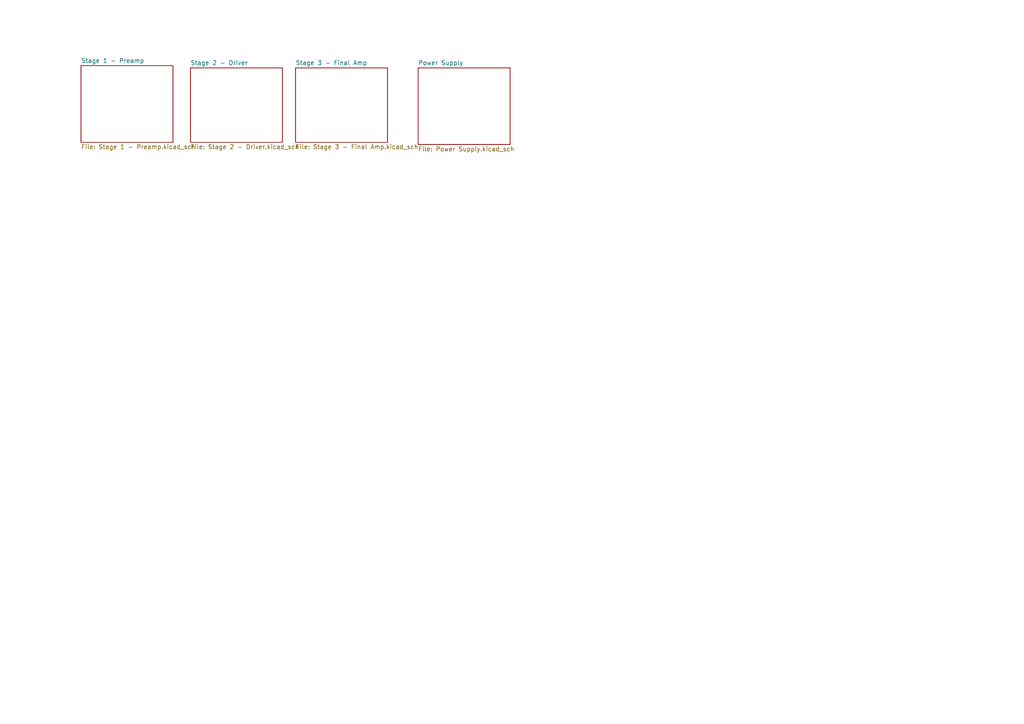
<source format=kicad_sch>
(kicad_sch (version 20211123) (generator eeschema)
  (paper "A4")
  (lib_symbols)
  (sheet (at 23.495 19.05) (size 26.67 22.225) (stroke (width 0.1524))
    (property "Sheet name" "Stage 1 - Preamp" (at 23.495 18.3384 0) (effects (justify left bottom)))
    (property "Sheet file" "Stage 1 - Preamp.kicad_sch" (at 23.495 41.8596 0) (effects (justify left top)))
  )
  (sheet (at 121.285 19.685) (size 26.67 22.225) (stroke (width 0.1524))
    (property "Sheet name" "Power Supply" (at 121.285 18.9734 0) (effects (justify left bottom)))
    (property "Sheet file" "Power Supply.kicad_sch" (at 121.285 42.4946 0) (effects (justify left top)))
  )
  (sheet (at 55.245 19.685) (size 26.67 21.59) (stroke (width 0.1524))
    (property "Sheet name" "Stage 2 - Driver" (at 55.245 18.9734 0) (effects (justify left bottom)))
    (property "Sheet file" "Stage 2 - Driver.kicad_sch" (at 55.245 41.8596 0) (effects (justify left top)))
  )
  (sheet (at 85.725 19.685) (size 26.67 21.59) (stroke (width 0.1524))
    (property "Sheet name" "Stage 3 - Final Amp" (at 85.725 18.9734 0) (effects (justify left bottom)))
    (property "Sheet file" "Stage 3 - Final Amp.kicad_sch" (at 85.725 41.8596 0) (effects (justify left top)))
  )
)
</source>
